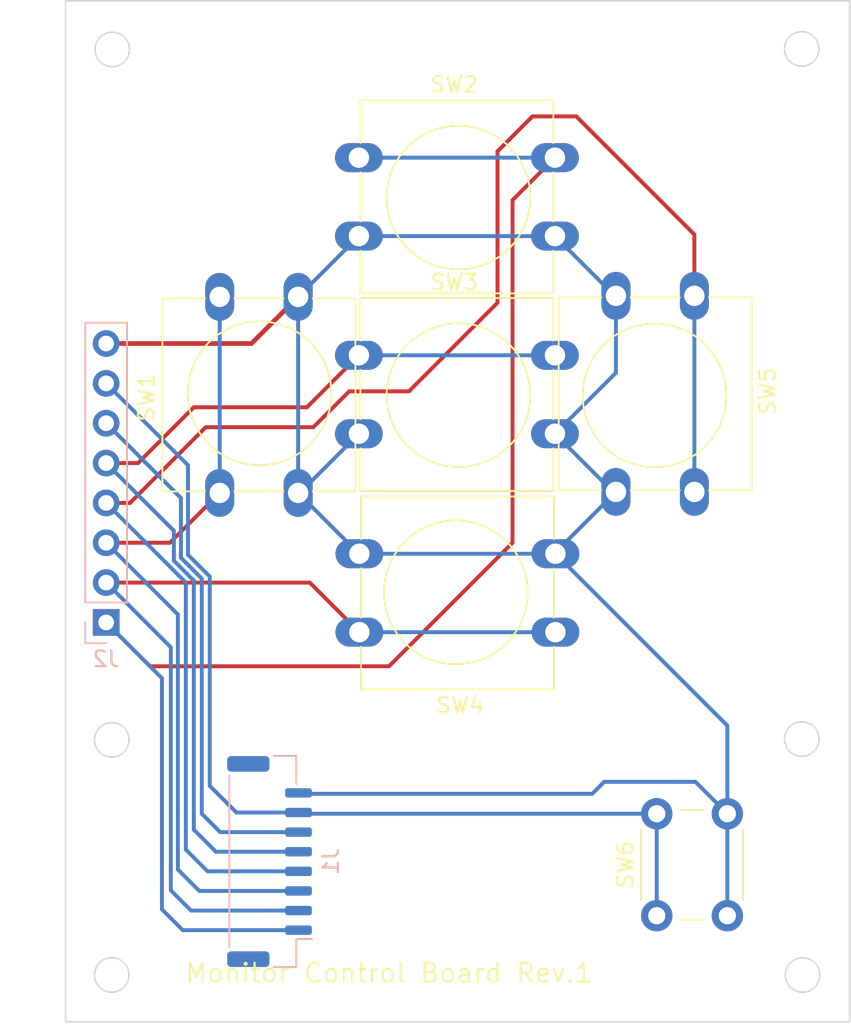
<source format=kicad_pcb>
(kicad_pcb (version 20211014) (generator pcbnew)
  (layers (0 "F.Cu" signal) (31 "B.Cu" signal) (34 "B.Paste" user) (35 "F.Paste" user) (36 "B.SilkS" user "B.Silkscreen") (37 "F.SilkS" user "F.Silkscreen") (38 "B.Mask" user) (39 "F.Mask" user) (44 "Edge.Cuts" user))
  (net 0 "")
  (net 1 "/LEFT")
  (net 2 "/UP")
  (net 3 "/CENTER")
  (net 4 "/DOWN")
  (net 5 "/RIGHT")
  (net 6 "/POWER")
  (net 7 "GND")
  (net 8 "/MENU")
  (footprint "Button_Switch_THT:SW_PUSH-12mm" (layer "F.Cu") (at 138.557 89.027 90)
    (fp_text reference "SW1" (at 6.08 -4.66 90) (layer "F.SilkS"))
    (fp_text value "SW_Push")
    (fp_line (start 12.4 -3.65) (end 12.4 -0.93) (layer "F.SilkS") (width 0.12))
    (fp_line (start 0.1 -0.93) (end 0.1 -3.65) (layer "F.SilkS") (width 0.12))
    (fp_line (start 12.4 8.65) (end 0.1 8.65) (layer "F.SilkS") (width 0.12))
    (fp_line (start 12.4 0.93) (end 12.4 4.07) (layer "F.SilkS") (width 0.12))
    (fp_line (start 0.1 8.65) (end 0.1 5.93) (layer "F.SilkS") (width 0.12))
    (fp_line (start 0.1 -3.65) (end 12.4 -3.65) (layer "F.SilkS") (width 0.12))
    (fp_line (start 0.1 4.07) (end 0.1 0.93) (layer "F.SilkS") (width 0.12))
    (fp_line (start 12.4 5.93) (end 12.4 8.65) (layer "F.SilkS") (width 0.12))
    (fp_circle (center 6.35 2.54) (end 10.16 5.08) (layer "F.SilkS") (width 0.12) (fill none))
    (pad "1" thru_hole oval (at 0 0 90) (size 3.048 1.85) (drill 1.3) (layers *.Cu *.Mask) (net 1 "/LEFT"))
    (pad "1" thru_hole oval (at 12.5 0 90) (size 3.048 1.85) (drill 1.3) (layers *.Cu *.Mask) (net 1 "/LEFT"))
    (pad "2" thru_hole oval (at 0 5 90) (size 3.048 1.85) (drill 1.3) (layers *.Cu *.Mask) (net 7 "GND"))
    (pad "2" thru_hole oval (at 12.5 5 90) (size 3.048 1.85) (drill 1.3) (layers *.Cu *.Mask) (net 7 "GND"))
  )
  (footprint "Button_Switch_THT:SW_PUSH_6mm" (layer "F.Cu") (at 166.4208 115.9764 90)
    (fp_text reference "SW6" (at 3.25 -2 90) (layer "F.SilkS"))
    (fp_text value "SW_Push")
    (fp_line (start 6.75 3) (end 6.75 1.5) (layer "F.SilkS") (width 0.12))
    (fp_line (start 1 5.5) (end 5.5 5.5) (layer "F.SilkS") (width 0.12))
    (fp_line (start -0.25 1.5) (end -0.25 3) (layer "F.SilkS") (width 0.12))
    (fp_line (start 5.5 -1) (end 1 -1) (layer "F.SilkS") (width 0.12))
    (pad "1" thru_hole circle (at 6.5 0 180) (size 2 2) (drill 1.1) (layers *.Cu *.Mask) (net 6 "/POWER"))
    (pad "1" thru_hole circle (at 0 0 180) (size 2 2) (drill 1.1) (layers *.Cu *.Mask) (net 6 "/POWER"))
    (pad "2" thru_hole circle (at 0 4.5 180) (size 2 2) (drill 1.1) (layers *.Cu *.Mask) (net 7 "GND"))
    (pad "2" thru_hole circle (at 6.5 4.5 180) (size 2 2) (drill 1.1) (layers *.Cu *.Mask) (net 7 "GND"))
  )
  (footprint "Button_Switch_THT:SW_PUSH-12mm" (layer "F.Cu") (at 168.8192 76.4624 -90)
    (fp_text reference "SW5" (at 6.08 -4.66 -90) (layer "F.SilkS"))
    (fp_text value "SW_Push")
    (fp_line (start 0.1 -3.65) (end 12.4 -3.65) (layer "F.SilkS") (width 0.12))
    (fp_line (start 12.4 8.65) (end 0.1 8.65) (layer "F.SilkS") (width 0.12))
    (fp_line (start 0.1 8.65) (end 0.1 5.93) (layer "F.SilkS") (width 0.12))
    (fp_line (start 0.1 4.07) (end 0.1 0.93) (layer "F.SilkS") (width 0.12))
    (fp_line (start 12.4 5.93) (end 12.4 8.65) (layer "F.SilkS") (width 0.12))
    (fp_line (start 12.4 0.93) (end 12.4 4.07) (layer "F.SilkS") (width 0.12))
    (fp_line (start 0.1 -0.93) (end 0.1 -3.65) (layer "F.SilkS") (width 0.12))
    (fp_line (start 12.4 -3.65) (end 12.4 -0.93) (layer "F.SilkS") (width 0.12))
    (fp_circle (center 6.35 2.54) (end 10.16 5.08) (layer "F.SilkS") (width 0.12) (fill none))
    (pad "1" thru_hole oval (at 12.5 0 270) (size 3.048 1.85) (drill 1.3) (layers *.Cu *.Mask) (net 5 "/RIGHT"))
    (pad "1" thru_hole oval (at 0 0 270) (size 3.048 1.85) (drill 1.3) (layers *.Cu *.Mask) (net 5 "/RIGHT"))
    (pad "2" thru_hole oval (at 0 5 270) (size 3.048 1.85) (drill 1.3) (layers *.Cu *.Mask) (net 7 "GND"))
    (pad "2" thru_hole oval (at 12.5 5 270) (size 3.048 1.85) (drill 1.3) (layers *.Cu *.Mask) (net 7 "GND"))
  )
  (footprint "Button_Switch_THT:SW_PUSH-12mm" (layer "F.Cu") (at 159.9608 97.9024 180)
    (fp_text reference "SW4" (at 6.08 -4.66) (layer "F.SilkS"))
    (fp_text value "SW_Push")
    (fp_line (start 0.1 -3.65) (end 12.4 -3.65) (layer "F.SilkS") (width 0.12))
    (fp_line (start 0.1 8.65) (end 0.1 5.93) (layer "F.SilkS") (width 0.12))
    (fp_line (start 12.4 0.93) (end 12.4 4.07) (layer "F.SilkS") (width 0.12))
    (fp_line (start 0.1 4.07) (end 0.1 0.93) (layer "F.SilkS") (width 0.12))
    (fp_line (start 12.4 8.65) (end 0.1 8.65) (layer "F.SilkS") (width 0.12))
    (fp_line (start 12.4 -3.65) (end 12.4 -0.93) (layer "F.SilkS") (width 0.12))
    (fp_line (start 0.1 -0.93) (end 0.1 -3.65) (layer "F.SilkS") (width 0.12))
    (fp_line (start 12.4 5.93) (end 12.4 8.65) (layer "F.SilkS") (width 0.12))
    (fp_circle (center 6.35 2.54) (end 10.16 5.08) (layer "F.SilkS") (width 0.12) (fill none))
    (pad "1" thru_hole oval (at 12.5 0 180) (size 3.048 1.85) (drill 1.3) (layers *.Cu *.Mask) (net 4 "/DOWN"))
    (pad "1" thru_hole oval (at 0 0 180) (size 3.048 1.85) (drill 1.3) (layers *.Cu *.Mask) (net 4 "/DOWN"))
    (pad "2" thru_hole oval (at 0 5 180) (size 3.048 1.85) (drill 1.3) (layers *.Cu *.Mask) (net 7 "GND"))
    (pad "2" thru_hole oval (at 12.5 5 180) (size 3.048 1.85) (drill 1.3) (layers *.Cu *.Mask) (net 7 "GND"))
  )
  (footprint "Button_Switch_THT:SW_PUSH-12mm" (layer "F.Cu") (at 147.43 67.6548)
    (fp_text reference "SW2" (at 6.08 -4.66) (layer "F.SilkS"))
    (fp_text value "SW_Push")
    (fp_line (start 0.1 -0.93) (end 0.1 -3.65) (layer "F.SilkS") (width 0.12))
    (fp_line (start 0.1 -3.65) (end 12.4 -3.65) (layer "F.SilkS") (width 0.12))
    (fp_line (start 12.4 -3.65) (end 12.4 -0.93) (layer "F.SilkS") (width 0.12))
    (fp_line (start 0.1 8.65) (end 0.1 5.93) (layer "F.SilkS") (width 0.12))
    (fp_line (start 12.4 8.65) (end 0.1 8.65) (layer "F.SilkS") (width 0.12))
    (fp_line (start 12.4 5.93) (end 12.4 8.65) (layer "F.SilkS") (width 0.12))
    (fp_line (start 12.4 0.93) (end 12.4 4.07) (layer "F.SilkS") (width 0.12))
    (fp_line (start 0.1 4.07) (end 0.1 0.93) (layer "F.SilkS") (width 0.12))
    (fp_circle (center 6.35 2.54) (end 10.16 5.08) (layer "F.SilkS") (width 0.12) (fill none))
    (pad "1" thru_hole oval (at 12.5 0) (size 3.048 1.85) (drill 1.3) (layers *.Cu *.Mask) (net 2 "/UP"))
    (pad "1" thru_hole oval (at 0 0) (size 3.048 1.85) (drill 1.3) (layers *.Cu *.Mask) (net 2 "/UP"))
    (pad "2" thru_hole oval (at 12.5 5) (size 3.048 1.85) (drill 1.3) (layers *.Cu *.Mask) (net 7 "GND"))
    (pad "2" thru_hole oval (at 0 5) (size 3.048 1.85) (drill 1.3) (layers *.Cu *.Mask) (net 7 "GND"))
  )
  (footprint "Button_Switch_THT:SW_PUSH-12mm" (layer "F.Cu") (at 147.43 80.2532)
    (fp_text reference "SW3" (at 6.08 -4.66) (layer "F.SilkS"))
    (fp_text value "SW_Push")
    (fp_line (start 0.1 8.65) (end 0.1 5.93) (layer "F.SilkS") (width 0.12))
    (fp_line (start 0.1 -0.93) (end 0.1 -3.65) (layer "F.SilkS") (width 0.12))
    (fp_line (start 12.4 -3.65) (end 12.4 -0.93) (layer "F.SilkS") (width 0.12))
    (fp_line (start 0.1 -3.65) (end 12.4 -3.65) (layer "F.SilkS") (width 0.12))
    (fp_line (start 0.1 4.07) (end 0.1 0.93) (layer "F.SilkS") (width 0.12))
    (fp_line (start 12.4 5.93) (end 12.4 8.65) (layer "F.SilkS") (width 0.12))
    (fp_line (start 12.4 8.65) (end 0.1 8.65) (layer "F.SilkS") (width 0.12))
    (fp_line (start 12.4 0.93) (end 12.4 4.07) (layer "F.SilkS") (width 0.12))
    (fp_circle (center 6.35 2.54) (end 10.16 5.08) (layer "F.SilkS") (width 0.12) (fill none))
    (pad "1" thru_hole oval (at 0 0) (size 3.048 1.85) (drill 1.3) (layers *.Cu *.Mask) (net 3 "/CENTER"))
    (pad "1" thru_hole oval (at 12.5 0) (size 3.048 1.85) (drill 1.3) (layers *.Cu *.Mask) (net 3 "/CENTER"))
    (pad "2" thru_hole oval (at 12.5 5) (size 3.048 1.85) (drill 1.3) (layers *.Cu *.Mask) (net 7 "GND"))
    (pad "2" thru_hole oval (at 0 5) (size 3.048 1.85) (drill 1.3) (layers *.Cu *.Mask) (net 7 "GND"))
  )
  (footprint "Connector_PinHeader_2.54mm:PinHeader_1x08_P2.54mm_Vertical" (layer "B.Cu") (at 131.318 97.282)
    (fp_text reference "J2" (at 0 2.33) (layer "B.SilkS") (effects (justify mirror)))
    (fp_text value "Conn_01x08_Male")
    (fp_line (start -1.33 0) (end -1.33 1.33) (layer "B.SilkS") (width 0.12))
    (fp_line (start -1.33 -1.27) (end -1.33 -19.11) (layer "B.SilkS") (width 0.12))
    (fp_line (start -1.33 -19.11) (end 1.33 -19.11) (layer "B.SilkS") (width 0.12))
    (fp_line (start 1.33 -1.27) (end 1.33 -19.11) (layer "B.SilkS") (width 0.12))
    (fp_line (start -1.33 1.33) (end 0 1.33) (layer "B.SilkS") (width 0.12))
    (fp_line (start -1.33 -1.27) (end 1.33 -1.27) (layer "B.SilkS") (width 0.12))
    (pad "1" thru_hole rect (at 0 0) (size 1.7 1.7) (drill 1) (layers *.Cu *.Mask) (net 2 "/UP"))
    (pad "2" thru_hole oval (at 0 -2.54) (size 1.7 1.7) (drill 1) (layers *.Cu *.Mask) (net 4 "/DOWN"))
    (pad "3" thru_hole oval (at 0 -5.08) (size 1.7 1.7) (drill 1) (layers *.Cu *.Mask) (net 1 "/LEFT"))
    (pad "4" thru_hole oval (at 0 -7.62) (size 1.7 1.7) (drill 1) (layers *.Cu *.Mask) (net 5 "/RIGHT"))
    (pad "5" thru_hole oval (at 0 -10.16) (size 1.7 1.7) (drill 1) (layers *.Cu *.Mask) (net 3 "/CENTER"))
    (pad "6" thru_hole oval (at 0 -12.7) (size 1.7 1.7) (drill 1) (layers *.Cu *.Mask) (net 8 "/MENU"))
    (pad "7" thru_hole oval (at 0 -15.24) (size 1.7 1.7) (drill 1) (layers *.Cu *.Mask) (net 6 "/POWER"))
    (pad "8" thru_hole oval (at 0 -17.78) (size 1.7 1.7) (drill 1) (layers *.Cu *.Mask) (net 7 "GND"))
  )
  (footprint "Connector_JST:JST_GH_SM08B-GHS-TB_1x08-1MP_P1.25mm_Horizontal" (layer "B.Cu") (at 141.732 112.522 90)
    (fp_text reference "J1" (at 0 3.9 90) (layer "B.SilkS") (effects (justify mirror)))
    (fp_text value "Conn_01x08_Male")
    (fp_line (start 6.735 1.71) (end 4.935 1.71) (layer "B.SilkS") (width 0.12))
    (fp_line (start -6.735 1.71) (end -4.935 1.71) (layer "B.SilkS") (width 0.12))
    (fp_line (start -6.735 0.26) (end -6.735 1.71) (layer "B.SilkS") (width 0.12))
    (fp_line (start -5.465 -2.56) (end 5.465 -2.56) (layer "B.SilkS") (width 0.12))
    (fp_line (start 6.735 0.26) (end 6.735 1.71) (layer "B.SilkS") (width 0.12))
    (fp_line (start -4.935 1.71) (end -4.935 2.7) (layer "B.SilkS") (width 0.12))
    (pad "1" smd roundrect (at -4.375 1.85 90) (size 0.6 1.7) (layers "B.Cu" "B.Paste" "B.Mask") (net 2 "/UP"))
    (pad "2" smd roundrect (at -3.125 1.85 90) (size 0.6 1.7) (layers "B.Cu" "B.Paste" "B.Mask") (net 4 "/DOWN"))
    (pad "3" smd roundrect (at -1.875 1.85 90) (size 0.6 1.7) (layers "B.Cu" "B.Paste" "B.Mask") (net 1 "/LEFT"))
    (pad "4" smd roundrect (at -0.625 1.85 90) (size 0.6 1.7) (layers "B.Cu" "B.Paste" "B.Mask") (net 5 "/RIGHT"))
    (pad "5" smd roundrect (at 0.625 1.85 90) (size 0.6 1.7) (layers "B.Cu" "B.Paste" "B.Mask") (net 3 "/CENTER"))
    (pad "6" smd roundrect (at 1.875 1.85 90) (size 0.6 1.7) (layers "B.Cu" "B.Paste" "B.Mask") (net 8 "/MENU"))
    (pad "7" smd roundrect (at 3.125 1.85 90) (size 0.6 1.7) (layers "B.Cu" "B.Paste" "B.Mask") (net 6 "/POWER"))
    (pad "8" smd roundrect (at 4.375 1.85 90) (size 0.6 1.7) (layers "B.Cu" "B.Paste" "B.Mask") (net 7 "GND"))
    (pad "MP" smd roundrect (at 6.225 -1.35 90) (size 1 2.7) (layers "B.Cu" "B.Paste" "B.Mask"))
    (pad "MP" smd roundrect (at -6.225 -1.35 90) (size 1 2.7) (layers "B.Cu" "B.Paste" "B.Mask"))
  )
  (gr_circle (center 131.6736 119.754228) (end 132.588 120.363828) (layer "Edge.Cuts") (width 0.1) (fill none))
  (gr_circle (center 131.705772 60.7568) (end 132.620172 61.3664) (layer "Edge.Cuts") (width 0.1) (fill none))
  (gr_circle (center 131.6736 104.768228) (end 132.588 105.377828) (layer "Edge.Cuts") (width 0.1) (fill none))
  (gr_circle (center 175.6664 104.717428) (end 176.5808 105.327028) (layer "Edge.Cuts") (width 0.1) (fill none))
  (gr_circle (center 175.6664 60.724628) (end 176.5808 61.334228) (layer "Edge.Cuts") (width 0.1) (fill none))
  (gr_rect (start 128.7272 57.658) (end 178.7144 122.7328) (layer "Edge.Cuts") (width 0.1) (fill none))
  (gr_circle (center 175.7172 119.754228) (end 176.6316 120.363828) (layer "Edge.Cuts") (width 0.1) (fill none))
  (gr_text "Monitor Control Board Rev.1" (at 149.352 119.634) (layer "F.SilkS") (effects (font (size 1.2 1.2))))
  (segment (start 131.318 92.202) (end 135.382 92.202) (width 0.25) (layer "F.Cu") (net 1))
  (segment (start 135.382 92.202) (end 138.557 89.027) (width 0.25) (layer "F.Cu") (net 1))
  (segment (start 135.89 96.774) (end 131.318 92.202) (width 0.25) (layer "B.Cu") (net 1))
  (segment (start 135.89 113.03) (end 135.89 96.774) (width 0.25) (layer "B.Cu") (net 1))
  (segment (start 143.582 114.397) (end 137.257 114.397) (width 0.25) (layer "B.Cu") (net 1))
  (segment (start 138.557 89.027) (end 138.557 76.527) (width 0.25) (layer "B.Cu") (net 1))
  (segment (start 137.257 114.397) (end 135.89 113.03) (width 0.25) (layer "B.Cu") (net 1))
  (segment (start 134.112 100.076) (end 149.352 100.076) (width 0.25) (layer "F.Cu") (net 2))
  (segment (start 157.226 92.202) (end 157.226 70.3588) (width 0.25) (layer "F.Cu") (net 2))
  (segment (start 157.226 70.3588) (end 159.93 67.6548) (width 0.25) (layer "F.Cu") (net 2))
  (segment (start 149.352 100.076) (end 157.226 92.202) (width 0.25) (layer "F.Cu") (net 2))
  (segment (start 131.318 97.282) (end 134.112 100.076) (width 0.25) (layer "F.Cu") (net 2))
  (segment (start 147.43 67.6548) (end 159.93 67.6548) (width 0.25) (layer "B.Cu") (net 2))
  (segment (start 134.874 115.57) (end 134.874 100.838) (width 0.25) (layer "B.Cu") (net 2))
  (segment (start 136.201 116.897) (end 134.874 115.57) (width 0.25) (layer "B.Cu") (net 2))
  (segment (start 134.874 100.838) (end 131.318 97.282) (width 0.25) (layer "B.Cu") (net 2))
  (segment (start 143.582 116.897) (end 136.201 116.897) (width 0.25) (layer "B.Cu") (net 2))
  (segment (start 136.906 83.566) (end 144.1172 83.566) (width 0.25) (layer "F.Cu") (net 3))
  (segment (start 144.1172 83.566) (end 147.43 80.2532) (width 0.25) (layer "F.Cu") (net 3))
  (segment (start 133.35 87.122) (end 136.906 83.566) (width 0.25) (layer "F.Cu") (net 3))
  (segment (start 131.318 87.122) (end 133.35 87.122) (width 0.25) (layer "F.Cu") (net 3))
  (segment (start 143.582 111.897) (end 138.313 111.897) (width 0.25) (layer "B.Cu") (net 3))
  (segment (start 136.906 94.613604) (end 135.636 93.343604) (width 0.25) (layer "B.Cu") (net 3))
  (segment (start 147.43 80.2532) (end 159.93 80.2532) (width 0.25) (layer "B.Cu") (net 3))
  (segment (start 136.906 110.49) (end 136.906 94.613604) (width 0.25) (layer "B.Cu") (net 3))
  (segment (start 138.313 111.897) (end 136.906 110.49) (width 0.25) (layer "B.Cu") (net 3))
  (segment (start 135.636 91.44) (end 131.318 87.122) (width 0.25) (layer "B.Cu") (net 3))
  (segment (start 135.636 93.343604) (end 135.636 91.44) (width 0.25) (layer "B.Cu") (net 3))
  (segment (start 131.318 94.742) (end 144.3004 94.742) (width 0.25) (layer "F.Cu") (net 4))
  (segment (start 144.3004 94.742) (end 147.4608 97.9024) (width 0.25) (layer "F.Cu") (net 4))
  (segment (start 136.729 115.647) (end 135.44 114.358) (width 0.25) (layer "B.Cu") (net 4))
  (segment (start 147.4608 97.9024) (end 159.9608 97.9024) (width 0.25) (layer "B.Cu") (net 4))
  (segment (start 135.44 114.358) (end 135.44 98.864) (width 0.25) (layer "B.Cu") (net 4))
  (segment (start 135.44 98.864) (end 131.318 94.742) (width 0.25) (layer "B.Cu") (net 4))
  (segment (start 143.582 115.647) (end 136.729 115.647) (width 0.25) (layer "B.Cu") (net 4))
  (segment (start 144.526 84.836) (end 146.812 82.55) (width 0.25) (layer "F.Cu") (net 5))
  (segment (start 158.496 65.024) (end 161.29 65.024) (width 0.25) (layer "F.Cu") (net 5))
  (segment (start 131.318 89.662) (end 132.842 89.662) (width 0.25) (layer "F.Cu") (net 5))
  (segment (start 156.268 76.904) (end 156.268 67.252) (width 0.25) (layer "F.Cu") (net 5))
  (segment (start 132.842 89.662) (end 137.668 84.836) (width 0.25) (layer "F.Cu") (net 5))
  (segment (start 168.8192 72.5532) (end 168.8192 76.4624) (width 0.25) (layer "F.Cu") (net 5))
  (segment (start 150.622 82.55) (end 156.268 76.904) (width 0.25) (layer "F.Cu") (net 5))
  (segment (start 137.668 84.836) (end 144.526 84.836) (width 0.25) (layer "F.Cu") (net 5))
  (segment (start 156.268 67.252) (end 158.496 65.024) (width 0.25) (layer "F.Cu") (net 5))
  (segment (start 161.29 65.024) (end 168.8192 72.5532) (width 0.25) (layer "F.Cu") (net 5))
  (segment (start 146.812 82.55) (end 150.622 82.55) (width 0.25) (layer "F.Cu") (net 5))
  (segment (start 137.785 113.147) (end 136.398 111.76) (width 0.25) (layer "B.Cu") (net 5))
  (segment (start 168.8192 88.9624) (end 168.8192 76.4624) (width 0.25) (layer "B.Cu") (net 5))
  (segment (start 136.398 111.76) (end 136.398 94.742) (width 0.25) (layer "B.Cu") (net 5))
  (segment (start 136.398 94.742) (end 131.318 89.662) (width 0.25) (layer "B.Cu") (net 5))
  (segment (start 143.582 113.147) (end 137.785 113.147) (width 0.25) (layer "B.Cu") (net 5))
  (segment (start 166.4208 115.9764) (end 166.4208 109.4764) (width 0.25) (layer "B.Cu") (net 6))
  (segment (start 137.922 94.356812) (end 136.536 92.970812) (width 0.25) (layer "B.Cu") (net 6))
  (segment (start 137.922 107.696) (end 137.922 94.356812) (width 0.25) (layer "B.Cu") (net 6))
  (segment (start 136.536 92.970812) (end 136.536 87.26) (width 0.25) (layer "B.Cu") (net 6))
  (segment (start 143.582 109.397) (end 139.623 109.397) (width 0.25) (layer "B.Cu") (net 6))
  (segment (start 143.582 109.397) (end 143.659 109.474) (width 0.25) (layer "B.Cu") (net 6))
  (segment (start 139.623 109.397) (end 137.922 107.696) (width 0.25) (layer "B.Cu") (net 6))
  (segment (start 143.659 109.474) (end 166.4184 109.474) (width 0.25) (layer "B.Cu") (net 6))
  (segment (start 136.536 87.26) (end 131.318 82.042) (width 0.25) (layer "B.Cu") (net 6))
  (segment (start 166.4184 109.474) (end 166.4208 109.4764) (width 0.25) (layer "B.Cu") (net 6))
  (segment (start 131.318 79.502) (end 140.582 79.502) (width 0.3) (layer "F.Cu") (net 7))
  (segment (start 140.582 79.502) (end 143.557 76.527) (width 0.3) (layer "F.Cu") (net 7))
  (segment (start 147.43 72.6548) (end 147.4292 72.6548) (width 0.25) (layer "B.Cu") (net 7))
  (segment (start 162.306 108.204) (end 163.068 107.442) (width 0.25) (layer "B.Cu") (net 7))
  (segment (start 159.9608 92.9024) (end 159.9608 92.8208) (width 0.25) (layer "B.Cu") (net 7))
  (segment (start 163.6392 88.9624) (end 159.93 85.2532) (width 0.25) (layer "B.Cu") (net 7))
  (segment (start 143.582 108.147) (end 143.639 108.204) (width 0.25) (layer "B.Cu") (net 7))
  (segment (start 163.8192 81.364) (end 163.8192 76.4624) (width 0.25) (layer "B.Cu") (net 7))
  (segment (start 159.9608 92.8208) (end 163.8192 88.9624) (width 0.25) (layer "B.Cu") (net 7))
  (segment (start 143.557 89.027) (end 143.6562 89.027) (width 0.25) (layer "B.Cu") (net 7))
  (segment (start 159.93 85.2532) (end 163.8192 81.364) (width 0.25) (layer "B.Cu") (net 7))
  (segment (start 170.9208 103.8624) (end 170.9208 109.4764) (width 0.25) (layer "B.Cu") (net 7))
  (segment (start 143.6562 89.027) (end 147.43 85.2532) (width 0.25) (layer "B.Cu") (net 7))
  (segment (start 170.9208 109.4764) (end 170.9208 115.9764) (width 0.25) (layer "B.Cu") (net 7))
  (segment (start 147.4324 92.9024) (end 143.557 89.027) (width 0.25) (layer "B.Cu") (net 7))
  (segment (start 163.7376 76.4624) (end 159.93 72.6548) (width 0.25) (layer "B.Cu") (net 7))
  (segment (start 163.8192 88.9624) (end 163.6392 88.9624) (width 0.25) (layer "B.Cu") (net 7))
  (segment (start 159.93 72.6548) (end 147.43 72.6548) (width 0.25) (layer "B.Cu") (net 7))
  (segment (start 147.4608 92.9024) (end 159.9608 92.9024) (width 0.25) (layer "B.Cu") (net 7))
  (segment (start 147.4292 72.6548) (end 143.557 76.527) (width 0.25) (layer "B.Cu") (net 7))
  (segment (start 143.639 108.204) (end 162.306 108.204) (width 0.25) (layer "B.Cu") (net 7))
  (segment (start 159.9608 92.9024) (end 170.9208 103.8624) (width 0.25) (layer "B.Cu") (net 7))
  (segment (start 143.557 89.027) (end 143.557 76.527) (width 0.25) (layer "B.Cu") (net 7))
  (segment (start 168.8864 107.442) (end 170.9208 109.4764) (width 0.25) (layer "B.Cu") (net 7))
  (segment (start 163.8192 76.4624) (end 163.7376 76.4624) (width 0.25) (layer "B.Cu") (net 7))
  (segment (start 163.068 107.442) (end 168.8864 107.442) (width 0.25) (layer "B.Cu") (net 7))
  (segment (start 147.4608 92.9024) (end 147.4324 92.9024) (width 0.25) (layer "B.Cu") (net 7))
  (segment (start 143.582 110.647) (end 138.587 110.647) (width 0.25) (layer "B.Cu") (net 8))
  (segment (start 137.414 94.485208) (end 136.086 93.157208) (width 0.25) (layer "B.Cu") (net 8))
  (segment (start 136.086 89.35) (end 131.318 84.582) (width 0.25) (layer "B.Cu") (net 8))
  (segment (start 136.086 93.157208) (end 136.086 89.35) (width 0.25) (layer "B.Cu") (net 8))
  (segment (start 138.587 110.647) (end 137.414 109.474) (width 0.25) (layer "B.Cu") (net 8))
  (segment (start 137.414 109.474) (end 137.414 94.485208) (width 0.25) (layer "B.Cu") (net 8))
)
</source>
